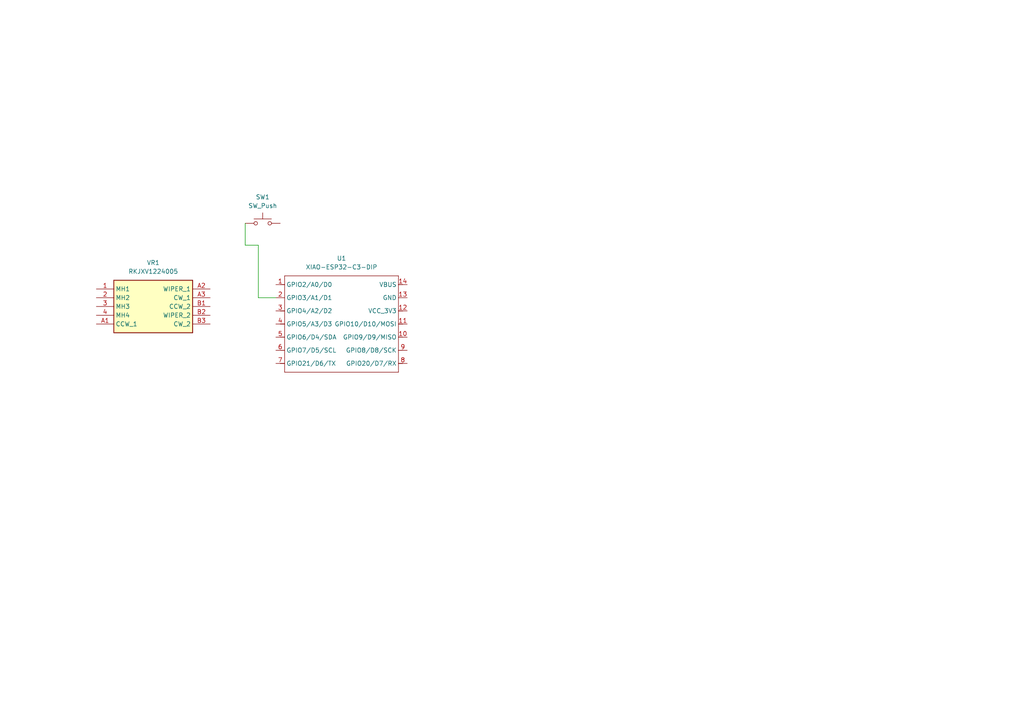
<source format=kicad_sch>
(kicad_sch (version 20250114) (generator "eeschema") (generator_version "9.0")
  (paper "A4")
  (lib_symbols
    (symbol "RKJXV1224005:RKJXV1224005"
      (property "Reference" "VR" (at 29.21 7.62 0))
      (property "Value" "RKJXV1224005" (at 29.21 5.08 0))
      (symbol "RKJXV1224005_1_1"
        (rectangle (start 5.08 2.54) (end 27.94 -12.7) (stroke (width 0.254)) (fill (type background)))
        (pin passive line (at 0 0 0) (length 5.08) (name "MH1") (number "1"))
        (pin passive line (at 0 -2.54 0) (length 5.08) (name "MH2") (number "2"))
        (pin passive line (at 0 -5.08 0) (length 5.08) (name "MH3") (number "3"))
        (pin passive line (at 0 -7.62 0) (length 5.08) (name "MH4") (number "4"))
        (pin passive line (at 0 -10.16 0) (length 5.08) (name "CCW_1") (number "A1"))
        (pin passive line (at 33.02 0 180) (length 5.08) (name "WIPER_1") (number "A2"))
        (pin passive line (at 33.02 -2.54 180) (length 5.08) (name "CW_1") (number "A3"))
        (pin passive line (at 33.02 -5.08 180) (length 5.08) (name "CCW_2") (number "B1"))
        (pin passive line (at 33.02 -7.62 180) (length 5.08) (name "WIPER_2") (number "B2"))
        (pin passive line (at 33.02 -10.16 180) (length 5.08) (name "CW_2") (number "B3"))
      )
    )
    (symbol "Seeed_Studio_XIAO_Series:XIAO-ESP32-C3-DIP"
      (property "Reference" "U" (at 1.016 2.794 0))
      (property "Value" "XIAO-ESP32-C3-DIP" (at 7.62 1.016 0))
      (symbol "XIAO-ESP32-C3-DIP_1_0"
        (polyline (pts (xy 0 0) (xy 33.02 0)) (stroke (width 0.1524)))
        (polyline (pts (xy 0 -2.54) (xy -1.27 -2.54)) (stroke (width 0.1524)))
        (polyline (pts (xy 0 -2.54) (xy 0 0)) (stroke (width 0.1524)))
        (polyline (pts (xy 0 -6.35) (xy -1.27 -6.35)) (stroke (width 0.1524)))
        (polyline (pts (xy 0 -6.35) (xy 0 -2.54)) (stroke (width 0.1524)))
        (polyline (pts (xy 0 -10.16) (xy -1.27 -10.16)) (stroke (width 0.1524)))
        (polyline (pts (xy 0 -10.16) (xy 0 -6.35)) (stroke (width 0.1524)))
        (polyline (pts (xy 0 -13.97) (xy -1.27 -13.97)) (stroke (width 0.1524)))
        (polyline (pts (xy 0 -13.97) (xy 0 -10.16)) (stroke (width 0.1524)))
        (polyline (pts (xy 0 -17.78) (xy -1.27 -17.78)) (stroke (width 0.1524)))
        (polyline (pts (xy 0 -21.59) (xy -1.27 -21.59)) (stroke (width 0.1524)))
        (polyline (pts (xy 0 -25.4) (xy -1.27 -25.4)) (stroke (width 0.1524)))
        (polyline (pts (xy 0 -27.94) (xy 0 -13.97)) (stroke (width 0.1524)))
        (polyline (pts (xy 33.02 0) (xy 33.02 -2.54)) (stroke (width 0.1524)))
        (polyline (pts (xy 33.02 -2.54) (xy 33.02 -6.35)) (stroke (width 0.1524)))
        (polyline (pts (xy 33.02 -6.35) (xy 33.02 -10.16)) (stroke (width 0.1524)))
        (polyline (pts (xy 33.02 -10.16) (xy 33.02 -27.94)) (stroke (width 0.1524)))
        (polyline (pts (xy 33.02 -27.94) (xy 0 -27.94)) (stroke (width 0.1524)))
        (polyline (pts (xy 34.29 -2.54) (xy 33.02 -2.54)) (stroke (width 0.1524)))
        (polyline (pts (xy 34.29 -6.35) (xy 33.02 -6.35)) (stroke (width 0.1524)))
        (polyline (pts (xy 34.29 -10.16) (xy 33.02 -10.16)) (stroke (width 0.1524)))
        (polyline (pts (xy 34.29 -13.97) (xy 33.02 -13.97)) (stroke (width 0.1524)))
        (polyline (pts (xy 34.29 -17.78) (xy 33.02 -17.78)) (stroke (width 0.1524)))
        (polyline (pts (xy 34.29 -21.59) (xy 33.02 -21.59)) (stroke (width 0.1524)))
        (polyline (pts (xy 34.29 -25.4) (xy 33.02 -25.4)) (stroke (width 0.1524)))
        (pin passive line (at -2.54 -2.54 0) (length 2.54) (name "GPIO2/A0/D0") (number "1"))
        (pin passive line (at -2.54 -6.35 0) (length 2.54) (name "GPIO3/A1/D1") (number "2"))
        (pin passive line (at -2.54 -10.16 0) (length 2.54) (name "GPIO4/A2/D2") (number "3"))
        (pin passive line (at -2.54 -13.97 0) (length 2.54) (name "GPIO5/A3/D3") (number "4"))
        (pin passive line (at -2.54 -17.78 0) (length 2.54) (name "GPIO6/D4/SDA") (number "5"))
        (pin passive line (at -2.54 -21.59 0) (length 2.54) (name "GPIO7/D5/SCL") (number "6"))
        (pin passive line (at -2.54 -25.4 0) (length 2.54) (name "GPIO21/D6/TX") (number "7"))
        (pin passive line (at 35.56 -2.54 180) (length 2.54) (name "VBUS") (number "14"))
        (pin passive line (at 35.56 -6.35 180) (length 2.54) (name "GND") (number "13"))
        (pin passive line (at 35.56 -10.16 180) (length 2.54) (name "VCC_3V3") (number "12"))
        (pin passive line (at 35.56 -13.97 180) (length 2.54) (name "GPIO10/D10/MOSI") (number "11"))
        (pin passive line (at 35.56 -17.78 180) (length 2.54) (name "GPIO9/D9/MISO") (number "10"))
        (pin passive line (at 35.56 -21.59 180) (length 2.54) (name "GPIO8/D8/SCK") (number "9"))
        (pin passive line (at 35.56 -25.4 180) (length 2.54) (name "GPIO20/D7/RX") (number "8"))
      )
    )
    (symbol "Switch:SW_Push" (pin_numbers (hide yes)) (pin_names (offset 1.016) (hide yes))
      (property "Reference" "SW" (at 1.27 2.54 0))
      (property "Value" "SW_Push" (at 0 -1.524 0))
      (symbol "SW_Push_0_1"
        (circle (center -2.032 0) (radius 0.508))
        (polyline (pts (xy 0 1.27) (xy 0 3.048)))
        (circle (center 2.032 0) (radius 0.508))
        (polyline (pts (xy 2.54 1.27) (xy -2.54 1.27)))
        (pin passive line (at -5.08 0 0) (length 2.54) (name "1") (number "1"))
        (pin passive line (at 5.08 0 180) (length 2.54) (name "2") (number "2"))
      )
    )
  )
  (wire (pts (xy 71.12 71.12) (xy 74.93 71.12)))
  (wire (pts (xy 74.93 86.36) (xy 74.93 71.12)))
  (wire (pts (xy 80.01 86.36) (xy 74.93 86.36)))
  (wire (pts (xy 71.12 71.12) (xy 71.12 64.77)))
  (symbol (lib_id "Switch:SW_Push") (at 76.2 64.77 0) (unit 1)
    (property "Reference" "SW1" (at 76.2 57.15 0))
    (property "Value" "SW_Push" (at 76.2 59.69 0))
    (property "Footprint" "PCM_marbastlib-choc:SW_choc_v1_1u" (effects (hide yes)))
    (property "Description" "Push button switch, generic, two pins" (effects (hide yes)))
  )
  (symbol (lib_id "RKJXV1224005:RKJXV1224005") (at 27.94 83.82 0) (unit 1)
    (property "Reference" "VR1" (at 44.45 76.2 0))
    (property "Value" "RKJXV1224005" (at 44.45 78.74 0))
    (property "Footprint" "joystick:RKJXV1224005" (effects (hide yes)))
    (property "Datasheet" "https://tech.alpsalpine.com/e/products/detail/RKJXV1224005/" (effects (hide yes)))
    (property "Description" "Plugin,13x13mm Multi-Directional Switches ROHS, Rotary Potentiometer, 10 kOhm, 1Turn, 12.5 mW" (effects (hide yes)))
    (property "Height" "18.95" (effects (hide yes)))
    (property "Manufacturer_Name" "ALPS Electric" (effects (hide yes)))
    (property "Manufacturer_Part_Number" "RKJXV1224005" (effects (hide yes)))
    (property "Mouser Part Number" "688-RKJXV1224005" (effects (hide yes)))
    (property "Mouser Price/Stock" "https://www.mouser.co.uk/ProductDetail/Alps-Alpine/RKJXV1224005?qs=RiQAlOPxzzAqLSX9lUzx8Q%3D%3D" (effects (hide yes)))
  )
  (symbol (lib_id "Seeed_Studio_XIAO_Series:XIAO-ESP32-C3-DIP") (at 82.55 80.01 0) (unit 1)
    (property "Reference" "U1" (at 99.06 74.93 0))
    (property "Value" "XIAO-ESP32-C3-DIP" (at 99.06 77.47 0))
    (property "Footprint" "Seeed Studio XIAO Series Library:XIAO-ESP32C3-DIP" (effects (hide yes)))
  )
)
</source>
